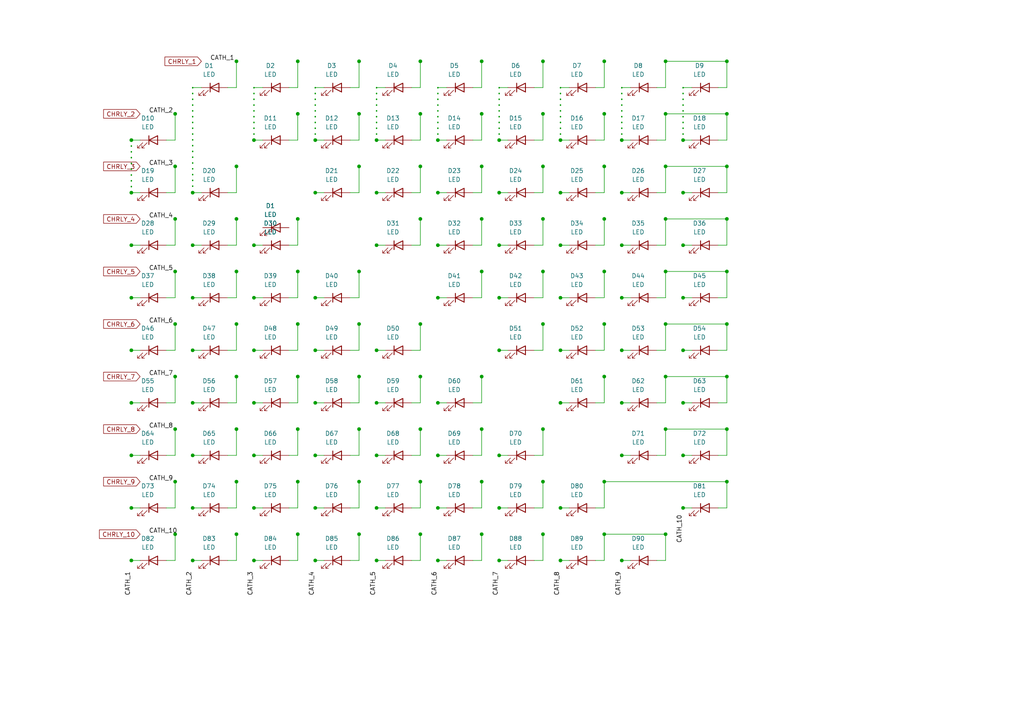
<source format=kicad_sch>
(kicad_sch (version 20250114) (generator "eeschema") (generator_version "9.0")
  (paper "A4")
  (lib_symbols
    (symbol "Device:LED" (pin_numbers (hide yes)) (pin_names (offset 1.016) (hide yes))
      (property "Reference" "D" (at 0 2.54 0))
      (property "Value" "LED" (at 0 -2.54 0))
      (symbol "LED_0_1"
        (polyline (pts (xy -3.048 -0.762) (xy -4.572 -2.286) (xy -3.81 -2.286) (xy -4.572 -2.286) (xy -4.572 -1.524)))
        (polyline (pts (xy -1.778 -0.762) (xy -3.302 -2.286) (xy -2.54 -2.286) (xy -3.302 -2.286) (xy -3.302 -1.524)))
        (polyline (pts (xy -1.27 0) (xy 1.27 0)))
        (polyline (pts (xy -1.27 -1.27) (xy -1.27 1.27)) (stroke (width 0.254)))
        (polyline (pts (xy 1.27 -1.27) (xy 1.27 1.27) (xy -1.27 0) (xy 1.27 -1.27)) (stroke (width 0.254)))
      )
      (symbol "LED_1_1"
        (pin passive line (at -3.81 0 0) (length 2.54) (name "K") (number "1"))
        (pin passive line (at 3.81 0 180) (length 2.54) (name "A") (number "2"))
      )
    )
  )
  (symbol (lib_id "Device:LED") (at 80.01 66.04 0) (unit 1)
    (property "Reference" "D1" (at 78.4225 59.69 0))
    (property "Value" "LED" (at 78.4225 62.23 0))
    (property "Description" "Light emitting diode" (effects (hide yes)))
    (property "Sim.Pins" "1=K 2=A" (effects (hide yes)))
  )
  (symbol (lib_id "Device:LED") (at 62.23 25.4 0) (unit 1)
    (property "Reference" "D1" (at 60.6425 19.05 0))
    (property "Value" "LED" (at 60.6425 21.59 0))
    (property "Description" "Light emitting diode" (effects (hide yes)))
    (property "Sim.Pins" "1=K 2=A" (effects (hide yes)))
  )
  (symbol (lib_id "Device:LED") (at 80.01 25.4 0) (unit 1)
    (property "Reference" "D2" (at 78.4225 19.05 0))
    (property "Value" "LED" (at 78.4225 21.59 0))
    (property "Description" "Light emitting diode" (effects (hide yes)))
    (property "Sim.Pins" "1=K 2=A" (effects (hide yes)))
  )
  (symbol (lib_id "Device:LED") (at 97.79 25.4 0) (unit 1)
    (property "Reference" "D3" (at 96.2025 19.05 0))
    (property "Value" "LED" (at 96.2025 21.59 0))
    (property "Description" "Light emitting diode" (effects (hide yes)))
    (property "Sim.Pins" "1=K 2=A" (effects (hide yes)))
  )
  (symbol (lib_id "Device:LED") (at 115.57 25.4 0) (unit 1)
    (property "Reference" "D4" (at 113.9825 19.05 0))
    (property "Value" "LED" (at 113.9825 21.59 0))
    (property "Description" "Light emitting diode" (effects (hide yes)))
    (property "Sim.Pins" "1=K 2=A" (effects (hide yes)))
  )
  (symbol (lib_id "Device:LED") (at 133.35 25.4 0) (unit 1)
    (property "Reference" "D5" (at 131.7625 19.05 0))
    (property "Value" "LED" (at 131.7625 21.59 0))
    (property "Description" "Light emitting diode" (effects (hide yes)))
    (property "Sim.Pins" "1=K 2=A" (effects (hide yes)))
  )
  (symbol (lib_id "Device:LED") (at 151.13 25.4 0) (unit 1)
    (property "Reference" "D6" (at 149.5425 19.05 0))
    (property "Value" "LED" (at 149.5425 21.59 0))
    (property "Description" "Light emitting diode" (effects (hide yes)))
    (property "Sim.Pins" "1=K 2=A" (effects (hide yes)))
  )
  (symbol (lib_id "Device:LED") (at 168.91 25.4 0) (unit 1)
    (property "Reference" "D7" (at 167.3225 19.05 0))
    (property "Value" "LED" (at 167.3225 21.59 0))
    (property "Description" "Light emitting diode" (effects (hide yes)))
    (property "Sim.Pins" "1=K 2=A" (effects (hide yes)))
  )
  (symbol (lib_id "Device:LED") (at 186.69 25.4 0) (unit 1)
    (property "Reference" "D8" (at 185.1025 19.05 0))
    (property "Value" "LED" (at 185.1025 21.59 0))
    (property "Description" "Light emitting diode" (effects (hide yes)))
    (property "Sim.Pins" "1=K 2=A" (effects (hide yes)))
  )
  (symbol (lib_id "Device:LED") (at 204.47 25.4 0) (unit 1)
    (property "Reference" "D9" (at 202.8825 19.05 0))
    (property "Value" "LED" (at 202.8825 21.59 0))
    (property "Description" "Light emitting diode" (effects (hide yes)))
    (property "Sim.Pins" "1=K 2=A" (effects (hide yes)))
  )
  (symbol (lib_id "Device:LED") (at 44.45 40.64 0) (unit 1)
    (property "Reference" "D10" (at 42.8625 34.29 0))
    (property "Value" "LED" (at 42.8625 36.83 0))
    (property "Description" "Light emitting diode" (effects (hide yes)))
    (property "Sim.Pins" "1=K 2=A" (effects (hide yes)))
  )
  (symbol (lib_id "Device:LED") (at 80.01 40.64 0) (unit 1)
    (property "Reference" "D11" (at 78.4225 34.29 0))
    (property "Value" "LED" (at 78.4225 36.83 0))
    (property "Description" "Light emitting diode" (effects (hide yes)))
    (property "Sim.Pins" "1=K 2=A" (effects (hide yes)))
  )
  (symbol (lib_id "Device:LED") (at 97.79 40.64 0) (unit 1)
    (property "Reference" "D12" (at 96.2025 34.29 0))
    (property "Value" "LED" (at 96.2025 36.83 0))
    (property "Description" "Light emitting diode" (effects (hide yes)))
    (property "Sim.Pins" "1=K 2=A" (effects (hide yes)))
  )
  (symbol (lib_id "Device:LED") (at 115.57 40.64 0) (unit 1)
    (property "Reference" "D13" (at 113.9825 34.29 0))
    (property "Value" "LED" (at 113.9825 36.83 0))
    (property "Description" "Light emitting diode" (effects (hide yes)))
    (property "Sim.Pins" "1=K 2=A" (effects (hide yes)))
  )
  (symbol (lib_id "Device:LED") (at 133.35 40.64 0) (unit 1)
    (property "Reference" "D14" (at 131.7625 34.29 0))
    (property "Value" "LED" (at 131.7625 36.83 0))
    (property "Description" "Light emitting diode" (effects (hide yes)))
    (property "Sim.Pins" "1=K 2=A" (effects (hide yes)))
  )
  (symbol (lib_id "Device:LED") (at 151.13 40.64 0) (unit 1)
    (property "Reference" "D15" (at 149.5425 34.29 0))
    (property "Value" "LED" (at 149.5425 36.83 0))
    (property "Description" "Light emitting diode" (effects (hide yes)))
    (property "Sim.Pins" "1=K 2=A" (effects (hide yes)))
  )
  (symbol (lib_id "Device:LED") (at 168.91 40.64 0) (unit 1)
    (property "Reference" "D16" (at 167.3225 34.29 0))
    (property "Value" "LED" (at 167.3225 36.83 0))
    (property "Description" "Light emitting diode" (effects (hide yes)))
    (property "Sim.Pins" "1=K 2=A" (effects (hide yes)))
  )
  (symbol (lib_id "Device:LED") (at 186.69 40.64 0) (unit 1)
    (property "Reference" "D17" (at 185.1025 34.29 0))
    (property "Value" "LED" (at 185.1025 36.83 0))
    (property "Description" "Light emitting diode" (effects (hide yes)))
    (property "Sim.Pins" "1=K 2=A" (effects (hide yes)))
  )
  (symbol (lib_id "Device:LED") (at 204.47 40.64 0) (unit 1)
    (property "Reference" "D18" (at 202.8825 34.29 0))
    (property "Value" "LED" (at 202.8825 36.83 0))
    (property "Description" "Light emitting diode" (effects (hide yes)))
    (property "Sim.Pins" "1=K 2=A" (effects (hide yes)))
  )
  (symbol (lib_id "Device:LED") (at 44.45 55.88 0) (unit 1)
    (property "Reference" "D19" (at 42.8625 49.53 0))
    (property "Value" "LED" (at 42.8625 52.07 0))
    (property "Description" "Light emitting diode" (effects (hide yes)))
    (property "Sim.Pins" "1=K 2=A" (effects (hide yes)))
  )
  (symbol (lib_id "Device:LED") (at 62.23 55.88 0) (unit 1)
    (property "Reference" "D20" (at 60.6425 49.53 0))
    (property "Value" "LED" (at 60.6425 52.07 0))
    (property "Description" "Light emitting diode" (effects (hide yes)))
    (property "Sim.Pins" "1=K 2=A" (effects (hide yes)))
  )
  (symbol (lib_id "Device:LED") (at 97.79 55.88 0) (unit 1)
    (property "Reference" "D21" (at 96.2025 49.53 0))
    (property "Value" "LED" (at 96.2025 52.07 0))
    (property "Description" "Light emitting diode" (effects (hide yes)))
    (property "Sim.Pins" "1=K 2=A" (effects (hide yes)))
  )
  (symbol (lib_id "Device:LED") (at 115.57 55.88 0) (unit 1)
    (property "Reference" "D22" (at 113.9825 49.53 0))
    (property "Value" "LED" (at 113.9825 52.07 0))
    (property "Description" "Light emitting diode" (effects (hide yes)))
    (property "Sim.Pins" "1=K 2=A" (effects (hide yes)))
  )
  (symbol (lib_id "Device:LED") (at 133.35 55.88 0) (unit 1)
    (property "Reference" "D23" (at 131.7625 49.53 0))
    (property "Value" "LED" (at 131.7625 52.07 0))
    (property "Description" "Light emitting diode" (effects (hide yes)))
    (property "Sim.Pins" "1=K 2=A" (effects (hide yes)))
  )
  (symbol (lib_id "Device:LED") (at 151.13 55.88 0) (unit 1)
    (property "Reference" "D24" (at 149.5425 49.53 0))
    (property "Value" "LED" (at 149.5425 52.07 0))
    (property "Description" "Light emitting diode" (effects (hide yes)))
    (property "Sim.Pins" "1=K 2=A" (effects (hide yes)))
  )
  (symbol (lib_id "Device:LED") (at 168.91 55.88 0) (unit 1)
    (property "Reference" "D25" (at 167.3225 49.53 0))
    (property "Value" "LED" (at 167.3225 52.07 0))
    (property "Description" "Light emitting diode" (effects (hide yes)))
    (property "Sim.Pins" "1=K 2=A" (effects (hide yes)))
  )
  (symbol (lib_id "Device:LED") (at 186.69 55.88 0) (unit 1)
    (property "Reference" "D26" (at 185.1025 49.53 0))
    (property "Value" "LED" (at 185.1025 52.07 0))
    (property "Description" "Light emitting diode" (effects (hide yes)))
    (property "Sim.Pins" "1=K 2=A" (effects (hide yes)))
  )
  (symbol (lib_id "Device:LED") (at 204.47 55.88 0) (unit 1)
    (property "Reference" "D27" (at 202.8825 49.53 0))
    (property "Value" "LED" (at 202.8825 52.07 0))
    (property "Description" "Light emitting diode" (effects (hide yes)))
    (property "Sim.Pins" "1=K 2=A" (effects (hide yes)))
  )
  (symbol (lib_id "Device:LED") (at 44.45 71.12 0) (unit 1)
    (property "Reference" "D28" (at 42.8625 64.77 0))
    (property "Value" "LED" (at 42.8625 67.31 0))
    (property "Description" "Light emitting diode" (effects (hide yes)))
    (property "Sim.Pins" "1=K 2=A" (effects (hide yes)))
  )
  (symbol (lib_id "Device:LED") (at 62.23 71.12 0) (unit 1)
    (property "Reference" "D29" (at 60.6425 64.77 0))
    (property "Value" "LED" (at 60.6425 67.31 0))
    (property "Description" "Light emitting diode" (effects (hide yes)))
    (property "Sim.Pins" "1=K 2=A" (effects (hide yes)))
  )
  (symbol (lib_id "Device:LED") (at 80.01 71.12 0) (unit 1)
    (property "Reference" "D30" (at 78.4225 64.77 0))
    (property "Value" "LED" (at 78.4225 67.31 0))
    (property "Description" "Light emitting diode" (effects (hide yes)))
    (property "Sim.Pins" "1=K 2=A" (effects (hide yes)))
  )
  (symbol (lib_id "Device:LED") (at 115.57 71.12 0) (unit 1)
    (property "Reference" "D31" (at 113.9825 64.77 0))
    (property "Value" "LED" (at 113.9825 67.31 0))
    (property "Description" "Light emitting diode" (effects (hide yes)))
    (property "Sim.Pins" "1=K 2=A" (effects (hide yes)))
  )
  (symbol (lib_id "Device:LED") (at 133.35 71.12 0) (unit 1)
    (property "Reference" "D32" (at 131.7625 64.77 0))
    (property "Value" "LED" (at 131.7625 67.31 0))
    (property "Description" "Light emitting diode" (effects (hide yes)))
    (property "Sim.Pins" "1=K 2=A" (effects (hide yes)))
  )
  (symbol (lib_id "Device:LED") (at 151.13 71.12 0) (unit 1)
    (property "Reference" "D33" (at 149.5425 64.77 0))
    (property "Value" "LED" (at 149.5425 67.31 0))
    (property "Description" "Light emitting diode" (effects (hide yes)))
    (property "Sim.Pins" "1=K 2=A" (effects (hide yes)))
  )
  (symbol (lib_id "Device:LED") (at 168.91 71.12 0) (unit 1)
    (property "Reference" "D34" (at 167.3225 64.77 0))
    (property "Value" "LED" (at 167.3225 67.31 0))
    (property "Description" "Light emitting diode" (effects (hide yes)))
    (property "Sim.Pins" "1=K 2=A" (effects (hide yes)))
  )
  (symbol (lib_id "Device:LED") (at 186.69 71.12 0) (unit 1)
    (property "Reference" "D35" (at 185.1025 64.77 0))
    (property "Value" "LED" (at 185.1025 67.31 0))
    (property "Description" "Light emitting diode" (effects (hide yes)))
    (property "Sim.Pins" "1=K 2=A" (effects (hide yes)))
  )
  (symbol (lib_id "Device:LED") (at 204.47 71.12 0) (unit 1)
    (property "Reference" "D36" (at 202.8825 64.77 0))
    (property "Value" "LED" (at 202.8825 67.31 0))
    (property "Description" "Light emitting diode" (effects (hide yes)))
    (property "Sim.Pins" "1=K 2=A" (effects (hide yes)))
  )
  (symbol (lib_id "Device:LED") (at 44.45 86.36 0) (unit 1)
    (property "Reference" "D37" (at 42.8625 80.01 0))
    (property "Value" "LED" (at 42.8625 82.55 0))
    (property "Description" "Light emitting diode" (effects (hide yes)))
    (property "Sim.Pins" "1=K 2=A" (effects (hide yes)))
  )
  (symbol (lib_id "Device:LED") (at 62.23 86.36 0) (unit 1)
    (property "Reference" "D38" (at 60.6425 80.01 0))
    (property "Value" "LED" (at 60.6425 82.55 0))
    (property "Description" "Light emitting diode" (effects (hide yes)))
    (property "Sim.Pins" "1=K 2=A" (effects (hide yes)))
  )
  (symbol (lib_id "Device:LED") (at 80.01 86.36 0) (unit 1)
    (property "Reference" "D39" (at 78.4225 80.01 0))
    (property "Value" "LED" (at 78.4225 82.55 0))
    (property "Description" "Light emitting diode" (effects (hide yes)))
    (property "Sim.Pins" "1=K 2=A" (effects (hide yes)))
  )
  (symbol (lib_id "Device:LED") (at 97.79 86.36 0) (unit 1)
    (property "Reference" "D40" (at 96.2025 80.01 0))
    (property "Value" "LED" (at 96.2025 82.55 0))
    (property "Description" "Light emitting diode" (effects (hide yes)))
    (property "Sim.Pins" "1=K 2=A" (effects (hide yes)))
  )
  (symbol (lib_id "Device:LED") (at 133.35 86.36 0) (unit 1)
    (property "Reference" "D41" (at 131.7625 80.01 0))
    (property "Value" "LED" (at 131.7625 82.55 0))
    (property "Description" "Light emitting diode" (effects (hide yes)))
    (property "Sim.Pins" "1=K 2=A" (effects (hide yes)))
  )
  (symbol (lib_id "Device:LED") (at 151.13 86.36 0) (unit 1)
    (property "Reference" "D42" (at 149.5425 80.01 0))
    (property "Value" "LED" (at 149.5425 82.55 0))
    (property "Description" "Light emitting diode" (effects (hide yes)))
    (property "Sim.Pins" "1=K 2=A" (effects (hide yes)))
  )
  (symbol (lib_id "Device:LED") (at 168.91 86.36 0) (unit 1)
    (property "Reference" "D43" (at 167.3225 80.01 0))
    (property "Value" "LED" (at 167.3225 82.55 0))
    (property "Description" "Light emitting diode" (effects (hide yes)))
    (property "Sim.Pins" "1=K 2=A" (effects (hide yes)))
  )
  (symbol (lib_id "Device:LED") (at 186.69 86.36 0) (unit 1)
    (property "Reference" "D44" (at 185.1025 80.01 0))
    (property "Value" "LED" (at 185.1025 82.55 0))
    (property "Description" "Light emitting diode" (effects (hide yes)))
    (property "Sim.Pins" "1=K 2=A" (effects (hide yes)))
  )
  (symbol (lib_id "Device:LED") (at 204.47 86.36 0) (unit 1)
    (property "Reference" "D45" (at 202.8825 80.01 0))
    (property "Value" "LED" (at 202.8825 82.55 0))
    (property "Description" "Light emitting diode" (effects (hide yes)))
    (property "Sim.Pins" "1=K 2=A" (effects (hide yes)))
  )
  (symbol (lib_id "Device:LED") (at 44.45 101.6 0) (unit 1)
    (property "Reference" "D46" (at 42.8625 95.25 0))
    (property "Value" "LED" (at 42.8625 97.79 0))
    (property "Description" "Light emitting diode" (effects (hide yes)))
    (property "Sim.Pins" "1=K 2=A" (effects (hide yes)))
  )
  (symbol (lib_id "Device:LED") (at 62.23 101.6 0) (unit 1)
    (property "Reference" "D47" (at 60.6425 95.25 0))
    (property "Value" "LED" (at 60.6425 97.79 0))
    (property "Description" "Light emitting diode" (effects (hide yes)))
    (property "Sim.Pins" "1=K 2=A" (effects (hide yes)))
  )
  (symbol (lib_id "Device:LED") (at 80.01 101.6 0) (unit 1)
    (property "Reference" "D48" (at 78.4225 95.25 0))
    (property "Value" "LED" (at 78.4225 97.79 0))
    (property "Description" "Light emitting diode" (effects (hide yes)))
    (property "Sim.Pins" "1=K 2=A" (effects (hide yes)))
  )
  (symbol (lib_id "Device:LED") (at 97.79 101.6 0) (unit 1)
    (property "Reference" "D49" (at 96.2025 95.25 0))
    (property "Value" "LED" (at 96.2025 97.79 0))
    (property "Description" "Light emitting diode" (effects (hide yes)))
    (property "Sim.Pins" "1=K 2=A" (effects (hide yes)))
  )
  (symbol (lib_id "Device:LED") (at 115.57 101.6 0) (unit 1)
    (property "Reference" "D50" (at 113.9825 95.25 0))
    (property "Value" "LED" (at 113.9825 97.79 0))
    (property "Description" "Light emitting diode" (effects (hide yes)))
    (property "Sim.Pins" "1=K 2=A" (effects (hide yes)))
  )
  (symbol (lib_id "Device:LED") (at 151.13 101.6 0) (unit 1)
    (property "Reference" "D51" (at 149.5425 95.25 0))
    (property "Value" "LED" (at 149.5425 97.79 0))
    (property "Description" "Light emitting diode" (effects (hide yes)))
    (property "Sim.Pins" "1=K 2=A" (effects (hide yes)))
  )
  (symbol (lib_id "Device:LED") (at 168.91 101.6 0) (unit 1)
    (property "Reference" "D52" (at 167.3225 95.25 0))
    (property "Value" "LED" (at 167.3225 97.79 0))
    (property "Description" "Light emitting diode" (effects (hide yes)))
    (property "Sim.Pins" "1=K 2=A" (effects (hide yes)))
  )
  (symbol (lib_id "Device:LED") (at 186.69 101.6 0) (unit 1)
    (property "Reference" "D53" (at 185.1025 95.25 0))
    (property "Value" "LED" (at 185.1025 97.79 0))
    (property "Description" "Light emitting diode" (effects (hide yes)))
    (property "Sim.Pins" "1=K 2=A" (effects (hide yes)))
  )
  (symbol (lib_id "Device:LED") (at 204.47 101.6 0) (unit 1)
    (property "Reference" "D54" (at 202.8825 95.25 0))
    (property "Value" "LED" (at 202.8825 97.79 0))
    (property "Description" "Light emitting diode" (effects (hide yes)))
    (property "Sim.Pins" "1=K 2=A" (effects (hide yes)))
  )
  (symbol (lib_id "Device:LED") (at 44.45 116.84 0) (unit 1)
    (property "Reference" "D55" (at 42.8625 110.49 0))
    (property "Value" "LED" (at 42.8625 113.03 0))
    (property "Description" "Light emitting diode" (effects (hide yes)))
    (property "Sim.Pins" "1=K 2=A" (effects (hide yes)))
  )
  (symbol (lib_id "Device:LED") (at 62.23 116.84 0) (unit 1)
    (property "Reference" "D56" (at 60.6425 110.49 0))
    (property "Value" "LED" (at 60.6425 113.03 0))
    (property "Description" "Light emitting diode" (effects (hide yes)))
    (property "Sim.Pins" "1=K 2=A" (effects (hide yes)))
  )
  (symbol (lib_id "Device:LED") (at 80.01 116.84 0) (unit 1)
    (property "Reference" "D57" (at 78.4225 110.49 0))
    (property "Value" "LED" (at 78.4225 113.03 0))
    (property "Description" "Light emitting diode" (effects (hide yes)))
    (property "Sim.Pins" "1=K 2=A" (effects (hide yes)))
  )
  (symbol (lib_id "Device:LED") (at 97.79 116.84 0) (unit 1)
    (property "Reference" "D58" (at 96.2025 110.49 0))
    (property "Value" "LED" (at 96.2025 113.03 0))
    (property "Description" "Light emitting diode" (effects (hide yes)))
    (property "Sim.Pins" "1=K 2=A" (effects (hide yes)))
  )
  (symbol (lib_id "Device:LED") (at 115.57 116.84 0) (unit 1)
    (property "Reference" "D59" (at 113.9825 110.49 0))
    (property "Value" "LED" (at 113.9825 113.03 0))
    (property "Description" "Light emitting diode" (effects (hide yes)))
    (property "Sim.Pins" "1=K 2=A" (effects (hide yes)))
  )
  (symbol (lib_id "Device:LED") (at 133.35 116.84 0) (unit 1)
    (property "Reference" "D60" (at 131.7625 110.49 0))
    (property "Value" "LED" (at 131.7625 113.03 0))
    (property "Description" "Light emitting diode" (effects (hide yes)))
    (property "Sim.Pins" "1=K 2=A" (effects (hide yes)))
  )
  (symbol (lib_id "Device:LED") (at 168.91 116.84 0) (unit 1)
    (property "Reference" "D61" (at 167.3225 110.49 0))
    (property "Value" "LED" (at 167.3225 113.03 0))
    (property "Description" "Light emitting diode" (effects (hide yes)))
    (property "Sim.Pins" "1=K 2=A" (effects (hide yes)))
  )
  (symbol (lib_id "Device:LED") (at 186.69 116.84 0) (unit 1)
    (property "Reference" "D62" (at 185.1025 110.49 0))
    (property "Value" "LED" (at 185.1025 113.03 0))
    (property "Description" "Light emitting diode" (effects (hide yes)))
    (property "Sim.Pins" "1=K 2=A" (effects (hide yes)))
  )
  (symbol (lib_id "Device:LED") (at 204.47 116.84 0) (unit 1)
    (property "Reference" "D63" (at 202.8825 110.49 0))
    (property "Value" "LED" (at 202.8825 113.03 0))
    (property "Description" "Light emitting diode" (effects (hide yes)))
    (property "Sim.Pins" "1=K 2=A" (effects (hide yes)))
  )
  (symbol (lib_id "Device:LED") (at 44.45 132.08 0) (unit 1)
    (property "Reference" "D64" (at 42.8625 125.73 0))
    (property "Value" "LED" (at 42.8625 128.27 0))
    (property "Description" "Light emitting diode" (effects (hide yes)))
    (property "Sim.Pins" "1=K 2=A" (effects (hide yes)))
  )
  (symbol (lib_id "Device:LED") (at 62.23 132.08 0) (unit 1)
    (property "Reference" "D65" (at 60.6425 125.73 0))
    (property "Value" "LED" (at 60.6425 128.27 0))
    (property "Description" "Light emitting diode" (effects (hide yes)))
    (property "Sim.Pins" "1=K 2=A" (effects (hide yes)))
  )
  (symbol (lib_id "Device:LED") (at 80.01 132.08 0) (unit 1)
    (property "Reference" "D66" (at 78.4225 125.73 0))
    (property "Value" "LED" (at 78.4225 128.27 0))
    (property "Description" "Light emitting diode" (effects (hide yes)))
    (property "Sim.Pins" "1=K 2=A" (effects (hide yes)))
  )
  (symbol (lib_id "Device:LED") (at 97.79 132.08 0) (unit 1)
    (property "Reference" "D67" (at 96.2025 125.73 0))
    (property "Value" "LED" (at 96.2025 128.27 0))
    (property "Description" "Light emitting diode" (effects (hide yes)))
    (property "Sim.Pins" "1=K 2=A" (effects (hide yes)))
  )
  (symbol (lib_id "Device:LED") (at 115.57 132.08 0) (unit 1)
    (property "Reference" "D68" (at 113.9825 125.73 0))
    (property "Value" "LED" (at 113.9825 128.27 0))
    (property "Description" "Light emitting diode" (effects (hide yes)))
    (property "Sim.Pins" "1=K 2=A" (effects (hide yes)))
  )
  (symbol (lib_id "Device:LED") (at 133.35 132.08 0) (unit 1)
    (property "Reference" "D69" (at 131.7625 125.73 0))
    (property "Value" "LED" (at 131.7625 128.27 0))
    (property "Description" "Light emitting diode" (effects (hide yes)))
    (property "Sim.Pins" "1=K 2=A" (effects (hide yes)))
  )
  (symbol (lib_id "Device:LED") (at 151.13 132.08 0) (unit 1)
    (property "Reference" "D70" (at 149.5425 125.73 0))
    (property "Value" "LED" (at 149.5425 128.27 0))
    (property "Description" "Light emitting diode" (effects (hide yes)))
    (property "Sim.Pins" "1=K 2=A" (effects (hide yes)))
  )
  (symbol (lib_id "Device:LED") (at 186.69 132.08 0) (unit 1)
    (property "Reference" "D71" (at 185.1025 125.73 0))
    (property "Value" "LED" (at 185.1025 128.27 0))
    (property "Description" "Light emitting diode" (effects (hide yes)))
    (property "Sim.Pins" "1=K 2=A" (effects (hide yes)))
  )
  (symbol (lib_id "Device:LED") (at 204.47 132.08 0) (unit 1)
    (property "Reference" "D72" (at 202.8825 125.73 0))
    (property "Value" "LED" (at 202.8825 128.27 0))
    (property "Description" "Light emitting diode" (effects (hide yes)))
    (property "Sim.Pins" "1=K 2=A" (effects (hide yes)))
  )
  (symbol (lib_id "Device:LED") (at 44.45 147.32 0) (unit 1)
    (property "Reference" "D73" (at 42.8625 140.97 0))
    (property "Value" "LED" (at 42.8625 143.51 0))
    (property "Description" "Light emitting diode" (effects (hide yes)))
    (property "Sim.Pins" "1=K 2=A" (effects (hide yes)))
  )
  (symbol (lib_id "Device:LED") (at 62.23 147.32 0) (unit 1)
    (property "Reference" "D74" (at 60.6425 140.97 0))
    (property "Value" "LED" (at 60.6425 143.51 0))
    (property "Description" "Light emitting diode" (effects (hide yes)))
    (property "Sim.Pins" "1=K 2=A" (effects (hide yes)))
  )
  (symbol (lib_id "Device:LED") (at 80.01 147.32 0) (unit 1)
    (property "Reference" "D75" (at 78.4225 140.97 0))
    (property "Value" "LED" (at 78.4225 143.51 0))
    (property "Description" "Light emitting diode" (effects (hide yes)))
    (property "Sim.Pins" "1=K 2=A" (effects (hide yes)))
  )
  (symbol (lib_id "Device:LED") (at 97.79 147.32 0) (unit 1)
    (property "Reference" "D76" (at 96.2025 140.97 0))
    (property "Value" "LED" (at 96.2025 143.51 0))
    (property "Description" "Light emitting diode" (effects (hide yes)))
    (property "Sim.Pins" "1=K 2=A" (effects (hide yes)))
  )
  (symbol (lib_id "Device:LED") (at 115.57 147.32 0) (unit 1)
    (property "Reference" "D77" (at 113.9825 140.97 0))
    (property "Value" "LED" (at 113.9825 143.51 0))
    (property "Description" "Light emitting diode" (effects (hide yes)))
    (property "Sim.Pins" "1=K 2=A" (effects (hide yes)))
  )
  (symbol (lib_id "Device:LED") (at 133.35 147.32 0) (unit 1)
    (property "Reference" "D78" (at 131.7625 140.97 0))
    (property "Value" "LED" (at 131.7625 143.51 0))
    (property "Description" "Light emitting diode" (effects (hide yes)))
    (property "Sim.Pins" "1=K 2=A" (effects (hide yes)))
  )
  (symbol (lib_id "Device:LED") (at 151.13 147.32 0) (unit 1)
    (property "Reference" "D79" (at 149.5425 140.97 0))
    (property "Value" "LED" (at 149.5425 143.51 0))
    (property "Description" "Light emitting diode" (effects (hide yes)))
    (property "Sim.Pins" "1=K 2=A" (effects (hide yes)))
  )
  (symbol (lib_id "Device:LED") (at 168.91 147.32 0) (unit 1)
    (property "Reference" "D80" (at 167.3225 140.97 0))
    (property "Value" "LED" (at 167.3225 143.51 0))
    (property "Description" "Light emitting diode" (effects (hide yes)))
    (property "Sim.Pins" "1=K 2=A" (effects (hide yes)))
  )
  (symbol (lib_id "Device:LED") (at 204.47 147.32 0) (unit 1)
    (property "Reference" "D81" (at 202.8825 140.97 0))
    (property "Value" "LED" (at 202.8825 143.51 0))
    (property "Description" "Light emitting diode" (effects (hide yes)))
    (property "Sim.Pins" "1=K 2=A" (effects (hide yes)))
  )
  (symbol (lib_id "Device:LED") (at 44.45 162.56 0) (unit 1)
    (property "Reference" "D82" (at 42.8625 156.21 0))
    (property "Value" "LED" (at 42.8625 158.75 0))
    (property "Description" "Light emitting diode" (effects (hide yes)))
    (property "Sim.Pins" "1=K 2=A" (effects (hide yes)))
  )
  (symbol (lib_id "Device:LED") (at 62.23 162.56 0) (unit 1)
    (property "Reference" "D83" (at 60.6425 156.21 0))
    (property "Value" "LED" (at 60.6425 158.75 0))
    (property "Description" "Light emitting diode" (effects (hide yes)))
    (property "Sim.Pins" "1=K 2=A" (effects (hide yes)))
  )
  (symbol (lib_id "Device:LED") (at 80.01 162.56 0) (unit 1)
    (property "Reference" "D84" (at 78.4225 156.21 0))
    (property "Value" "LED" (at 78.4225 158.75 0))
    (property "Description" "Light emitting diode" (effects (hide yes)))
    (property "Sim.Pins" "1=K 2=A" (effects (hide yes)))
  )
  (symbol (lib_id "Device:LED") (at 97.79 162.56 0) (unit 1)
    (property "Reference" "D85" (at 96.2025 156.21 0))
    (property "Value" "LED" (at 96.2025 158.75 0))
    (property "Description" "Light emitting diode" (effects (hide yes)))
    (property "Sim.Pins" "1=K 2=A" (effects (hide yes)))
  )
  (symbol (lib_id "Device:LED") (at 115.57 162.56 0) (unit 1)
    (property "Reference" "D86" (at 113.9825 156.21 0))
    (property "Value" "LED" (at 113.9825 158.75 0))
    (property "Description" "Light emitting diode" (effects (hide yes)))
    (property "Sim.Pins" "1=K 2=A" (effects (hide yes)))
  )
  (symbol (lib_id "Device:LED") (at 133.35 162.56 0) (unit 1)
    (property "Reference" "D87" (at 131.7625 156.21 0))
    (property "Value" "LED" (at 131.7625 158.75 0))
    (property "Description" "Light emitting diode" (effects (hide yes)))
    (property "Sim.Pins" "1=K 2=A" (effects (hide yes)))
  )
  (symbol (lib_id "Device:LED") (at 151.13 162.56 0) (unit 1)
    (property "Reference" "D88" (at 149.5425 156.21 0))
    (property "Value" "LED" (at 149.5425 158.75 0))
    (property "Description" "Light emitting diode" (effects (hide yes)))
    (property "Sim.Pins" "1=K 2=A" (effects (hide yes)))
  )
  (symbol (lib_id "Device:LED") (at 168.91 162.56 0) (unit 1)
    (property "Reference" "D89" (at 167.3225 156.21 0))
    (property "Value" "LED" (at 167.3225 158.75 0))
    (property "Description" "Light emitting diode" (effects (hide yes)))
    (property "Sim.Pins" "1=K 2=A" (effects (hide yes)))
  )
  (symbol (lib_id "Device:LED") (at 186.69 162.56 0) (unit 1)
    (property "Reference" "D90" (at 185.1025 156.21 0))
    (property "Value" "LED" (at 185.1025 158.75 0))
    (property "Description" "Light emitting diode" (effects (hide yes)))
    (property "Sim.Pins" "1=K 2=A" (effects (hide yes)))
  )
  (wire (pts (xy 58.42 25.4) (xy 55.88 25.4)))
  (wire (pts (xy 66.04 25.4) (xy 68.58 25.4)))
  (wire (pts (xy 68.58 25.4) (xy 68.58 17.78)))
  (wire (pts (xy 76.2 25.4) (xy 73.66 25.4)))
  (wire (pts (xy 83.82 25.4) (xy 86.36 25.4)))
  (wire (pts (xy 86.36 25.4) (xy 86.36 17.78)))
  (wire (pts (xy 93.98 25.4) (xy 91.44 25.4)))
  (wire (pts (xy 101.6 25.4) (xy 104.14 25.4)))
  (wire (pts (xy 104.14 25.4) (xy 104.14 17.78)))
  (wire (pts (xy 111.76 25.4) (xy 109.22 25.4)))
  (wire (pts (xy 119.38 25.4) (xy 121.92 25.4)))
  (wire (pts (xy 121.92 25.4) (xy 121.92 17.78)))
  (wire (pts (xy 129.54 25.4) (xy 127.0 25.4)))
  (wire (pts (xy 137.16 25.4) (xy 139.7 25.4)))
  (wire (pts (xy 139.7 25.4) (xy 139.7 17.78)))
  (wire (pts (xy 147.32 25.4) (xy 144.78 25.4)))
  (wire (pts (xy 154.94 25.4) (xy 157.48 25.4)))
  (wire (pts (xy 157.48 25.4) (xy 157.48 17.78)))
  (wire (pts (xy 165.1 25.4) (xy 162.56 25.4)))
  (wire (pts (xy 172.72 25.4) (xy 175.26 25.4)))
  (wire (pts (xy 175.26 25.4) (xy 175.26 17.78)))
  (wire (pts (xy 182.88 25.4) (xy 180.34 25.4)))
  (wire (pts (xy 190.5 25.4) (xy 193.04 25.4)))
  (wire (pts (xy 193.04 25.4) (xy 193.04 17.78)))
  (wire (pts (xy 200.66 25.4) (xy 198.12 25.4)))
  (wire (pts (xy 208.28 25.4) (xy 210.82 25.4)))
  (wire (pts (xy 210.82 25.4) (xy 210.82 17.78)))
  (wire (pts (xy 40.64 40.64) (xy 38.1 40.64)))
  (wire (pts (xy 48.26 40.64) (xy 50.8 40.64)))
  (wire (pts (xy 50.8 40.64) (xy 50.8 33.02)))
  (wire (pts (xy 76.2 40.64) (xy 73.66 40.64)))
  (wire (pts (xy 83.82 40.64) (xy 86.36 40.64)))
  (wire (pts (xy 86.36 40.64) (xy 86.36 33.02)))
  (wire (pts (xy 93.98 40.64) (xy 91.44 40.64)))
  (wire (pts (xy 101.6 40.64) (xy 104.14 40.64)))
  (wire (pts (xy 104.14 40.64) (xy 104.14 33.02)))
  (wire (pts (xy 111.76 40.64) (xy 109.22 40.64)))
  (wire (pts (xy 119.38 40.64) (xy 121.92 40.64)))
  (wire (pts (xy 121.92 40.64) (xy 121.92 33.02)))
  (wire (pts (xy 129.54 40.64) (xy 127.0 40.64)))
  (wire (pts (xy 137.16 40.64) (xy 139.7 40.64)))
  (wire (pts (xy 139.7 40.64) (xy 139.7 33.02)))
  (wire (pts (xy 147.32 40.64) (xy 144.78 40.64)))
  (wire (pts (xy 154.94 40.64) (xy 157.48 40.64)))
  (wire (pts (xy 157.48 40.64) (xy 157.48 33.02)))
  (wire (pts (xy 165.1 40.64) (xy 162.56 40.64)))
  (wire (pts (xy 172.72 40.64) (xy 175.26 40.64)))
  (wire (pts (xy 175.26 40.64) (xy 175.26 33.02)))
  (wire (pts (xy 182.88 40.64) (xy 180.34 40.64)))
  (wire (pts (xy 190.5 40.64) (xy 193.04 40.64)))
  (wire (pts (xy 193.04 40.64) (xy 193.04 33.02)))
  (wire (pts (xy 200.66 40.64) (xy 198.12 40.64)))
  (wire (pts (xy 208.28 40.64) (xy 210.82 40.64)))
  (wire (pts (xy 210.82 40.64) (xy 210.82 33.02)))
  (wire (pts (xy 40.64 55.88) (xy 38.1 55.88)))
  (wire (pts (xy 48.26 55.88) (xy 50.8 55.88)))
  (wire (pts (xy 50.8 55.88) (xy 50.8 48.26)))
  (wire (pts (xy 58.42 55.88) (xy 55.88 55.88)))
  (wire (pts (xy 66.04 55.88) (xy 68.58 55.88)))
  (wire (pts (xy 68.58 55.88) (xy 68.58 48.26)))
  (wire (pts (xy 93.98 55.88) (xy 91.44 55.88)))
  (wire (pts (xy 101.6 55.88) (xy 104.14 55.88)))
  (wire (pts (xy 104.14 55.88) (xy 104.14 48.26)))
  (wire (pts (xy 111.76 55.88) (xy 109.22 55.88)))
  (wire (pts (xy 119.38 55.88) (xy 121.92 55.88)))
  (wire (pts (xy 121.92 55.88) (xy 121.92 48.26)))
  (wire (pts (xy 129.54 55.88) (xy 127.0 55.88)))
  (wire (pts (xy 137.16 55.88) (xy 139.7 55.88)))
  (wire (pts (xy 139.7 55.88) (xy 139.7 48.26)))
  (wire (pts (xy 147.32 55.88) (xy 144.78 55.88)))
  (wire (pts (xy 154.94 55.88) (xy 157.48 55.88)))
  (wire (pts (xy 157.48 55.88) (xy 157.48 48.26)))
  (wire (pts (xy 165.1 55.88) (xy 162.56 55.88)))
  (wire (pts (xy 172.72 55.88) (xy 175.26 55.88)))
  (wire (pts (xy 175.26 55.88) (xy 175.26 48.26)))
  (wire (pts (xy 182.88 55.88) (xy 180.34 55.88)))
  (wire (pts (xy 190.5 55.88) (xy 193.04 55.88)))
  (wire (pts (xy 193.04 55.88) (xy 193.04 48.26)))
  (wire (pts (xy 200.66 55.88) (xy 198.12 55.88)))
  (wire (pts (xy 208.28 55.88) (xy 210.82 55.88)))
  (wire (pts (xy 210.82 55.88) (xy 210.82 48.26)))
  (wire (pts (xy 40.64 71.12) (xy 38.1 71.12)))
  (wire (pts (xy 48.26 71.12) (xy 50.8 71.12)))
  (wire (pts (xy 50.8 71.12) (xy 50.8 63.5)))
  (wire (pts (xy 58.42 71.12) (xy 55.88 71.12)))
  (wire (pts (xy 66.04 71.12) (xy 68.58 71.12)))
  (wire (pts (xy 68.58 71.12) (xy 68.58 63.5)))
  (wire (pts (xy 76.2 71.12) (xy 73.66 71.12)))
  (wire (pts (xy 83.82 71.12) (xy 86.36 71.12)))
  (wire (pts (xy 86.36 71.12) (xy 86.36 63.5)))
  (wire (pts (xy 111.76 71.12) (xy 109.22 71.12)))
  (wire (pts (xy 119.38 71.12) (xy 121.92 71.12)))
  (wire (pts (xy 121.92 71.12) (xy 121.92 63.5)))
  (wire (pts (xy 129.54 71.12) (xy 127.0 71.12)))
  (wire (pts (xy 137.16 71.12) (xy 139.7 71.12)))
  (wire (pts (xy 139.7 71.12) (xy 139.7 63.5)))
  (wire (pts (xy 147.32 71.12) (xy 144.78 71.12)))
  (wire (pts (xy 154.94 71.12) (xy 157.48 71.12)))
  (wire (pts (xy 157.48 71.12) (xy 157.48 63.5)))
  (wire (pts (xy 165.1 71.12) (xy 162.56 71.12)))
  (wire (pts (xy 172.72 71.12) (xy 175.26 71.12)))
  (wire (pts (xy 175.26 71.12) (xy 175.26 63.5)))
  (wire (pts (xy 182.88 71.12) (xy 180.34 71.12)))
  (wire (pts (xy 190.5 71.12) (xy 193.04 71.12)))
  (wire (pts (xy 193.04 71.12) (xy 193.04 63.5)))
  (wire (pts (xy 200.66 71.12) (xy 198.12 71.12)))
  (wire (pts (xy 208.28 71.12) (xy 210.82 71.12)))
  (wire (pts (xy 210.82 71.12) (xy 210.82 63.5)))
  (wire (pts (xy 40.64 86.36) (xy 38.1 86.36)))
  (wire (pts (xy 48.26 86.36) (xy 50.8 86.36)))
  (wire (pts (xy 50.8 86.36) (xy 50.8 78.74)))
  (wire (pts (xy 58.42 86.36) (xy 55.88 86.36)))
  (wire (pts (xy 66.04 86.36) (xy 68.58 86.36)))
  (wire (pts (xy 68.58 86.36) (xy 68.58 78.74)))
  (wire (pts (xy 76.2 86.36) (xy 73.66 86.36)))
  (wire (pts (xy 83.82 86.36) (xy 86.36 86.36)))
  (wire (pts (xy 86.36 86.36) (xy 86.36 78.74)))
  (wire (pts (xy 93.98 86.36) (xy 91.44 86.36)))
  (wire (pts (xy 101.6 86.36) (xy 104.14 86.36)))
  (wire (pts (xy 104.14 86.36) (xy 104.14 78.74)))
  (wire (pts (xy 129.54 86.36) (xy 127.0 86.36)))
  (wire (pts (xy 137.16 86.36) (xy 139.7 86.36)))
  (wire (pts (xy 139.7 86.36) (xy 139.7 78.74)))
  (wire (pts (xy 147.32 86.36) (xy 144.78 86.36)))
  (wire (pts (xy 154.94 86.36) (xy 157.48 86.36)))
  (wire (pts (xy 157.48 86.36) (xy 157.48 78.74)))
  (wire (pts (xy 165.1 86.36) (xy 162.56 86.36)))
  (wire (pts (xy 172.72 86.36) (xy 175.26 86.36)))
  (wire (pts (xy 175.26 86.36) (xy 175.26 78.74)))
  (wire (pts (xy 182.88 86.36) (xy 180.34 86.36)))
  (wire (pts (xy 190.5 86.36) (xy 193.04 86.36)))
  (wire (pts (xy 193.04 86.36) (xy 193.04 78.74)))
  (wire (pts (xy 200.66 86.36) (xy 198.12 86.36)))
  (wire (pts (xy 208.28 86.36) (xy 210.82 86.36)))
  (wire (pts (xy 210.82 86.36) (xy 210.82 78.74)))
  (wire (pts (xy 40.64 101.6) (xy 38.1 101.6)))
  (wire (pts (xy 48.26 101.6) (xy 50.8 101.6)))
  (wire (pts (xy 50.8 101.6) (xy 50.8 93.98)))
  (wire (pts (xy 58.42 101.6) (xy 55.88 101.6)))
  (wire (pts (xy 66.04 101.6) (xy 68.58 101.6)))
  (wire (pts (xy 68.58 101.6) (xy 68.58 93.98)))
  (wire (pts (xy 76.2 101.6) (xy 73.66 101.6)))
  (wire (pts (xy 83.82 101.6) (xy 86.36 101.6)))
  (wire (pts (xy 86.36 101.6) (xy 86.36 93.98)))
  (wire (pts (xy 93.98 101.6) (xy 91.44 101.6)))
  (wire (pts (xy 101.6 101.6) (xy 104.14 101.6)))
  (wire (pts (xy 104.14 101.6) (xy 104.14 93.98)))
  (wire (pts (xy 111.76 101.6) (xy 109.22 101.6)))
  (wire (pts (xy 119.38 101.6) (xy 121.92 101.6)))
  (wire (pts (xy 121.92 101.6) (xy 121.92 93.98)))
  (wire (pts (xy 147.32 101.6) (xy 144.78 101.6)))
  (wire (pts (xy 154.94 101.6) (xy 157.48 101.6)))
  (wire (pts (xy 157.48 101.6) (xy 157.48 93.98)))
  (wire (pts (xy 165.1 101.6) (xy 162.56 101.6)))
  (wire (pts (xy 172.72 101.6) (xy 175.26 101.6)))
  (wire (pts (xy 175.26 101.6) (xy 175.26 93.98)))
  (wire (pts (xy 182.88 101.6) (xy 180.34 101.6)))
  (wire (pts (xy 190.5 101.6) (xy 193.04 101.6)))
  (wire (pts (xy 193.04 101.6) (xy 193.04 93.98)))
  (wire (pts (xy 200.66 101.6) (xy 198.12 101.6)))
  (wire (pts (xy 208.28 101.6) (xy 210.82 101.6)))
  (wire (pts (xy 210.82 101.6) (xy 210.82 93.98)))
  (wire (pts (xy 40.64 116.84) (xy 38.1 116.84)))
  (wire (pts (xy 48.26 116.84) (xy 50.8 116.84)))
  (wire (pts (xy 50.8 116.84) (xy 50.8 109.22)))
  (wire (pts (xy 58.42 116.84) (xy 55.88 116.84)))
  (wire (pts (xy 66.04 116.84) (xy 68.58 116.84)))
  (wire (pts (xy 68.58 116.84) (xy 68.58 109.22)))
  (wire (pts (xy 76.2 116.84) (xy 73.66 116.84)))
  (wire (pts (xy 83.82 116.84) (xy 86.36 116.84)))
  (wire (pts (xy 86.36 116.84) (xy 86.36 109.22)))
  (wire (pts (xy 93.98 116.84) (xy 91.44 116.84)))
  (wire (pts (xy 101.6 116.84) (xy 104.14 116.84)))
  (wire (pts (xy 104.14 116.84) (xy 104.14 109.22)))
  (wire (pts (xy 111.76 116.84) (xy 109.22 116.84)))
  (wire (pts (xy 119.38 116.84) (xy 121.92 116.84)))
  (wire (pts (xy 121.92 116.84) (xy 121.92 109.22)))
  (wire (pts (xy 129.54 116.84) (xy 127.0 116.84)))
  (wire (pts (xy 137.16 116.84) (xy 139.7 116.84)))
  (wire (pts (xy 139.7 116.84) (xy 139.7 109.22)))
  (wire (pts (xy 165.1 116.84) (xy 162.56 116.84)))
  (wire (pts (xy 172.72 116.84) (xy 175.26 116.84)))
  (wire (pts (xy 175.26 116.84) (xy 175.26 109.22)))
  (wire (pts (xy 182.88 116.84) (xy 180.34 116.84)))
  (wire (pts (xy 190.5 116.84) (xy 193.04 116.84)))
  (wire (pts (xy 193.04 116.84) (xy 193.04 109.22)))
  (wire (pts (xy 200.66 116.84) (xy 198.12 116.84)))
  (wire (pts (xy 208.28 116.84) (xy 210.82 116.84)))
  (wire (pts (xy 210.82 116.84) (xy 210.82 109.22)))
  (wire (pts (xy 40.64 132.08) (xy 38.1 132.08)))
  (wire (pts (xy 48.26 132.08) (xy 50.8 132.08)))
  (wire (pts (xy 50.8 132.08) (xy 50.8 124.46)))
  (wire (pts (xy 58.42 132.08) (xy 55.88 132.08)))
  (wire (pts (xy 66.04 132.08) (xy 68.58 132.08)))
  (wire (pts (xy 68.58 132.08) (xy 68.58 124.46)))
  (wire (pts (xy 76.2 132.08) (xy 73.66 132.08)))
  (wire (pts (xy 83.82 132.08) (xy 86.36 132.08)))
  (wire (pts (xy 86.36 132.08) (xy 86.36 124.46)))
  (wire (pts (xy 93.98 132.08) (xy 91.44 132.08)))
  (wire (pts (xy 101.6 132.08) (xy 104.14 132.08)))
  (wire (pts (xy 104.14 132.08) (xy 104.14 124.46)))
  (wire (pts (xy 111.76 132.08) (xy 109.22 132.08)))
  (wire (pts (xy 119.38 132.08) (xy 121.92 132.08)))
  (wire (pts (xy 121.92 132.08) (xy 121.92 124.46)))
  (wire (pts (xy 129.54 132.08) (xy 127.0 132.08)))
  (wire (pts (xy 137.16 132.08) (xy 139.7 132.08)))
  (wire (pts (xy 139.7 132.08) (xy 139.7 124.46)))
  (wire (pts (xy 147.32 132.08) (xy 144.78 132.08)))
  (wire (pts (xy 154.94 132.08) (xy 157.48 132.08)))
  (wire (pts (xy 157.48 132.08) (xy 157.48 124.46)))
  (wire (pts (xy 182.88 132.08) (xy 180.34 132.08)))
  (wire (pts (xy 190.5 132.08) (xy 193.04 132.08)))
  (wire (pts (xy 193.04 132.08) (xy 193.04 124.46)))
  (wire (pts (xy 200.66 132.08) (xy 198.12 132.08)))
  (wire (pts (xy 208.28 132.08) (xy 210.82 132.08)))
  (wire (pts (xy 210.82 132.08) (xy 210.82 124.46)))
  (wire (pts (xy 40.64 147.32) (xy 38.1 147.32)))
  (wire (pts (xy 48.26 147.32) (xy 50.8 147.32)))
  (wire (pts (xy 50.8 147.32) (xy 50.8 139.7)))
  (wire (pts (xy 58.42 147.32) (xy 55.88 147.32)))
  (wire (pts (xy 66.04 147.32) (xy 68.58 147.32)))
  (wire (pts (xy 68.58 147.32) (xy 68.58 139.7)))
  (wire (pts (xy 76.2 147.32) (xy 73.66 147.32)))
  (wire (pts (xy 83.82 147.32) (xy 86.36 147.32)))
  (wire (pts (xy 86.36 147.32) (xy 86.36 139.7)))
  (wire (pts (xy 93.98 147.32) (xy 91.44 147.32)))
  (wire (pts (xy 101.6 147.32) (xy 104.14 147.32)))
  (wire (pts (xy 104.14 147.32) (xy 104.14 139.7)))
  (wire (pts (xy 111.76 147.32) (xy 109.22 147.32)))
  (wire (pts (xy 119.38 147.32) (xy 121.92 147.32)))
  (wire (pts (xy 121.92 147.32) (xy 121.92 139.7)))
  (wire (pts (xy 129.54 147.32) (xy 127.0 147.32)))
  (wire (pts (xy 137.16 147.32) (xy 139.7 147.32)))
  (wire (pts (xy 139.7 147.32) (xy 139.7 139.7)))
  (wire (pts (xy 147.32 147.32) (xy 144.78 147.32)))
  (wire (pts (xy 154.94 147.32) (xy 157.48 147.32)))
  (wire (pts (xy 157.48 147.32) (xy 157.48 139.7)))
  (wire (pts (xy 165.1 147.32) (xy 162.56 147.32)))
  (wire (pts (xy 172.72 147.32) (xy 175.26 147.32)))
  (wire (pts (xy 175.26 147.32) (xy 175.26 139.7)))
  (wire (pts (xy 200.66 147.32) (xy 198.12 147.32)))
  (wire (pts (xy 208.28 147.32) (xy 210.82 147.32)))
  (wire (pts (xy 210.82 147.32) (xy 210.82 139.7)))
  (wire (pts (xy 40.64 162.56) (xy 38.1 162.56)))
  (wire (pts (xy 48.26 162.56) (xy 50.8 162.56)))
  (wire (pts (xy 50.8 162.56) (xy 50.8 154.94)))
  (wire (pts (xy 58.42 162.56) (xy 55.88 162.56)))
  (wire (pts (xy 66.04 162.56) (xy 68.58 162.56)))
  (wire (pts (xy 68.58 162.56) (xy 68.58 154.94)))
  (wire (pts (xy 76.2 162.56) (xy 73.66 162.56)))
  (wire (pts (xy 83.82 162.56) (xy 86.36 162.56)))
  (wire (pts (xy 86.36 162.56) (xy 86.36 154.94)))
  (wire (pts (xy 93.98 162.56) (xy 91.44 162.56)))
  (wire (pts (xy 101.6 162.56) (xy 104.14 162.56)))
  (wire (pts (xy 104.14 162.56) (xy 104.14 154.94)))
  (wire (pts (xy 111.76 162.56) (xy 109.22 162.56)))
  (wire (pts (xy 119.38 162.56) (xy 121.92 162.56)))
  (wire (pts (xy 121.92 162.56) (xy 121.92 154.94)))
  (wire (pts (xy 129.54 162.56) (xy 127.0 162.56)))
  (wire (pts (xy 137.16 162.56) (xy 139.7 162.56)))
  (wire (pts (xy 139.7 162.56) (xy 139.7 154.94)))
  (wire (pts (xy 147.32 162.56) (xy 144.78 162.56)))
  (wire (pts (xy 154.94 162.56) (xy 157.48 162.56)))
  (wire (pts (xy 157.48 162.56) (xy 157.48 154.94)))
  (wire (pts (xy 165.1 162.56) (xy 162.56 162.56)))
  (wire (pts (xy 172.72 162.56) (xy 175.26 162.56)))
  (wire (pts (xy 175.26 162.56) (xy 175.26 154.94)))
  (wire (pts (xy 182.88 162.56) (xy 180.34 162.56)))
  (wire (pts (xy 190.5 162.56) (xy 193.04 162.56)))
  (wire (pts (xy 193.04 162.56) (xy 193.04 154.94)))
  (wire (pts (xy 210.82 17.78) (xy 58.42 17.78)))
  (junction (at 68.58 17.78))
  (junction (at 86.36 17.78))
  (junction (at 104.14 17.78))
  (junction (at 121.92 17.78))
  (junction (at 139.7 17.78))
  (junction (at 157.48 17.78))
  (junction (at 175.26 17.78))
  (junction (at 193.04 17.78))
  (junction (at 210.82 17.78))
  (global_label "CHRLY_1" (shape input) (at 58.42 17.78 180) (property "Intersheetrefs" "${INTERSHEET_REFS}" (effects hide)))
  (wire (pts (xy 210.82 33.02) (xy 40.64 33.02)))
  (junction (at 50.8 33.02))
  (junction (at 86.36 33.02))
  (junction (at 104.14 33.02))
  (junction (at 121.92 33.02))
  (junction (at 139.7 33.02))
  (junction (at 157.48 33.02))
  (junction (at 175.26 33.02))
  (junction (at 193.04 33.02))
  (junction (at 210.82 33.02))
  (global_label "CHRLY_2" (shape input) (at 40.64 33.02 180) (property "Intersheetrefs" "${INTERSHEET_REFS}" (effects hide)))
  (wire (pts (xy 210.82 48.26) (xy 40.64 48.26)))
  (junction (at 50.8 48.26))
  (junction (at 68.58 48.26))
  (junction (at 104.14 48.26))
  (junction (at 121.92 48.26))
  (junction (at 139.7 48.26))
  (junction (at 157.48 48.26))
  (junction (at 175.26 48.26))
  (junction (at 193.04 48.26))
  (junction (at 210.82 48.26))
  (global_label "CHRLY_3" (shape input) (at 40.64 48.26 180) (property "Intersheetrefs" "${INTERSHEET_REFS}" (effects hide)))
  (wire (pts (xy 210.82 63.5) (xy 40.64 63.5)))
  (junction (at 50.8 63.5))
  (junction (at 68.58 63.5))
  (junction (at 86.36 63.5))
  (junction (at 121.92 63.5))
  (junction (at 139.7 63.5))
  (junction (at 157.48 63.5))
  (junction (at 175.26 63.5))
  (junction (at 193.04 63.5))
  (junction (at 210.82 63.5))
  (global_label "CHRLY_4" (shape input) (at 40.64 63.5 180) (property "Intersheetrefs" "${INTERSHEET_REFS}" (effects hide)))
  (wire (pts (xy 210.82 78.74) (xy 40.64 78.74)))
  (junction (at 50.8 78.74))
  (junction (at 68.58 78.74))
  (junction (at 86.36 78.74))
  (junction (at 104.14 78.74))
  (junction (at 139.7 78.74))
  (junction (at 157.48 78.74))
  (junction (at 175.26 78.74))
  (junction (at 193.04 78.74))
  (junction (at 210.82 78.74))
  (global_label "CHRLY_5" (shape input) (at 40.64 78.74 180) (property "Intersheetrefs" "${INTERSHEET_REFS}" (effects hide)))
  (wire (pts (xy 210.82 93.98) (xy 40.64 93.98)))
  (junction (at 50.8 93.98))
  (junction (at 68.58 93.98))
  (junction (at 86.36 93.98))
  (junction (at 104.14 93.98))
  (junction (at 121.92 93.98))
  (junction (at 157.48 93.98))
  (junction (at 175.26 93.98))
  (junction (at 193.04 93.98))
  (junction (at 210.82 93.98))
  (global_label "CHRLY_6" (shape input) (at 40.64 93.98 180) (property "Intersheetrefs" "${INTERSHEET_REFS}" (effects hide)))
  (wire (pts (xy 210.82 109.22) (xy 40.64 109.22)))
  (junction (at 50.8 109.22))
  (junction (at 68.58 109.22))
  (junction (at 86.36 109.22))
  (junction (at 104.14 109.22))
  (junction (at 121.92 109.22))
  (junction (at 139.7 109.22))
  (junction (at 175.26 109.22))
  (junction (at 193.04 109.22))
  (junction (at 210.82 109.22))
  (global_label "CHRLY_7" (shape input) (at 40.64 109.22 180) (property "Intersheetrefs" "${INTERSHEET_REFS}" (effects hide)))
  (wire (pts (xy 210.82 124.46) (xy 40.64 124.46)))
  (junction (at 50.8 124.46))
  (junction (at 68.58 124.46))
  (junction (at 86.36 124.46))
  (junction (at 104.14 124.46))
  (junction (at 121.92 124.46))
  (junction (at 139.7 124.46))
  (junction (at 157.48 124.46))
  (junction (at 193.04 124.46))
  (junction (at 210.82 124.46))
  (global_label "CHRLY_8" (shape input) (at 40.64 124.46 180) (property "Intersheetrefs" "${INTERSHEET_REFS}" (effects hide)))
  (wire (pts (xy 210.82 139.7) (xy 40.64 139.7)))
  (junction (at 50.8 139.7))
  (junction (at 68.58 139.7))
  (junction (at 86.36 139.7))
  (junction (at 104.14 139.7))
  (junction (at 121.92 139.7))
  (junction (at 139.7 139.7))
  (junction (at 157.48 139.7))
  (junction (at 175.26 139.7))
  (junction (at 210.82 139.7))
  (global_label "CHRLY_9" (shape input) (at 40.64 139.7 180) (property "Intersheetrefs" "${INTERSHEET_REFS}" (effects hide)))
  (wire (pts (xy 193.04 154.94) (xy 40.64 154.94)))
  (junction (at 50.8 154.94))
  (junction (at 68.58 154.94))
  (junction (at 86.36 154.94))
  (junction (at 104.14 154.94))
  (junction (at 121.92 154.94))
  (junction (at 139.7 154.94))
  (junction (at 157.48 154.94))
  (junction (at 175.26 154.94))
  (junction (at 193.04 154.94))
  (global_label "CHRLY_10" (shape input) (at 40.64 154.94 180) (property "Intersheetrefs" "${INTERSHEET_REFS}" (effects hide)))
  (wire (pts (xy 38.1 40.64) (xy 38.1 172.72)) (stroke (width 0.4) (type dot)))
  (junction (at 38.1 40.64))
  (junction (at 38.1 55.88))
  (junction (at 38.1 71.12))
  (junction (at 38.1 86.36))
  (junction (at 38.1 101.6))
  (junction (at 38.1 116.84))
  (junction (at 38.1 132.08))
  (junction (at 38.1 147.32))
  (junction (at 38.1 162.56))
  (wire (pts (xy 55.88 25.4) (xy 55.88 172.72)) (stroke (width 0.4) (type dot)))
  (junction (at 55.88 55.88))
  (junction (at 55.88 71.12))
  (junction (at 55.88 86.36))
  (junction (at 55.88 101.6))
  (junction (at 55.88 116.84))
  (junction (at 55.88 132.08))
  (junction (at 55.88 147.32))
  (junction (at 55.88 162.56))
  (wire (pts (xy 73.66 25.4) (xy 73.66 172.72)) (stroke (width 0.4) (type dot)))
  (junction (at 73.66 40.64))
  (junction (at 73.66 71.12))
  (junction (at 73.66 86.36))
  (junction (at 73.66 101.6))
  (junction (at 73.66 116.84))
  (junction (at 73.66 132.08))
  (junction (at 73.66 147.32))
  (junction (at 73.66 162.56))
  (wire (pts (xy 91.44 25.4) (xy 91.44 172.72)) (stroke (width 0.4) (type dot)))
  (junction (at 91.44 40.64))
  (junction (at 91.44 55.88))
  (junction (at 91.44 86.36))
  (junction (at 91.44 101.6))
  (junction (at 91.44 116.84))
  (junction (at 91.44 132.08))
  (junction (at 91.44 147.32))
  (junction (at 91.44 162.56))
  (wire (pts (xy 109.22 25.4) (xy 109.22 172.72)) (stroke (width 0.4) (type dot)))
  (junction (at 109.22 40.64))
  (junction (at 109.22 55.88))
  (junction (at 109.22 71.12))
  (junction (at 109.22 101.6))
  (junction (at 109.22 116.84))
  (junction (at 109.22 132.08))
  (junction (at 109.22 147.32))
  (junction (at 109.22 162.56))
  (wire (pts (xy 127.0 25.4) (xy 127.0 172.72)) (stroke (width 0.4) (type dot)))
  (junction (at 127.0 40.64))
  (junction (at 127.0 55.88))
  (junction (at 127.0 71.12))
  (junction (at 127.0 86.36))
  (junction (at 127.0 116.84))
  (junction (at 127.0 132.08))
  (junction (at 127.0 147.32))
  (junction (at 127.0 162.56))
  (wire (pts (xy 144.78 25.4) (xy 144.78 172.72)) (stroke (width 0.4) (type dot)))
  (junction (at 144.78 40.64))
  (junction (at 144.78 55.88))
  (junction (at 144.78 71.12))
  (junction (at 144.78 86.36))
  (junction (at 144.78 101.6))
  (junction (at 144.78 132.08))
  (junction (at 144.78 147.32))
  (junction (at 144.78 162.56))
  (wire (pts (xy 162.56 25.4) (xy 162.56 172.72)) (stroke (width 0.4) (type dot)))
  (junction (at 162.56 40.64))
  (junction (at 162.56 55.88))
  (junction (at 162.56 71.12))
  (junction (at 162.56 86.36))
  (junction (at 162.56 101.6))
  (junction (at 162.56 116.84))
  (junction (at 162.56 147.32))
  (junction (at 162.56 162.56))
  (wire (pts (xy 180.34 25.4) (xy 180.34 172.72)) (stroke (width 0.4) (type dot)))
  (junction (at 180.34 40.64))
  (junction (at 180.34 55.88))
  (junction (at 180.34 71.12))
  (junction (at 180.34 86.36))
  (junction (at 180.34 101.6))
  (junction (at 180.34 116.84))
  (junction (at 180.34 132.08))
  (junction (at 180.34 162.56))
  (wire (pts (xy 198.12 25.4) (xy 198.12 157.48)) (stroke (width 0.4) (type dot)))
  (junction (at 198.12 40.64))
  (junction (at 198.12 55.88))
  (junction (at 198.12 71.12))
  (junction (at 198.12 86.36))
  (junction (at 198.12 101.6))
  (junction (at 198.12 116.84))
  (junction (at 198.12 132.08))
  (junction (at 198.12 147.32))
  (label "CATH_1" (at 38.1 172.72 90))
  (label "CATH_2" (at 55.88 172.72 90))
  (label "CATH_3" (at 73.66 172.72 90))
  (label "CATH_4" (at 91.44 172.72 90))
  (label "CATH_5" (at 109.22 172.72 90))
  (label "CATH_6" (at 127.0 172.72 90))
  (label "CATH_7" (at 144.78 172.72 90))
  (label "CATH_8" (at 162.56 172.72 90))
  (label "CATH_9" (at 180.34 172.72 90))
  (label "CATH_10" (at 198.12 157.48 90))
  (label "CATH_1" (at 60.96 17.78 0))
  (label "CATH_2" (at 43.18 33.02 0))
  (label "CATH_3" (at 43.18 48.26 0))
  (label "CATH_4" (at 43.18 63.5 0))
  (label "CATH_5" (at 43.18 78.74 0))
  (label "CATH_6" (at 43.18 93.98 0))
  (label "CATH_7" (at 43.18 109.22 0))
  (label "CATH_8" (at 43.18 124.46 0))
  (label "CATH_9" (at 43.18 139.7 0))
  (label "CATH_10" (at 43.18 154.94 0))
)
</source>
